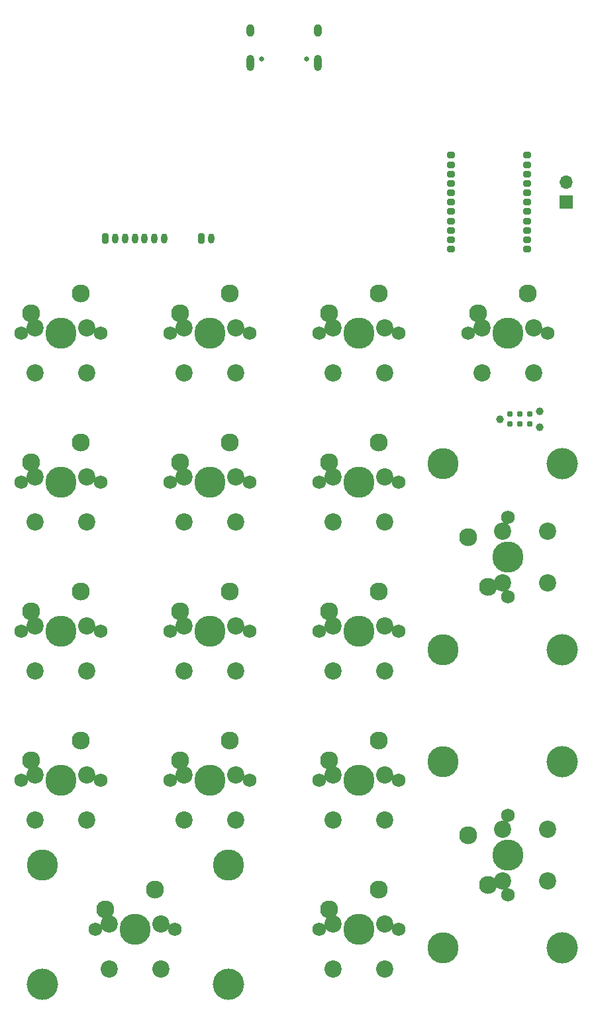
<source format=gbr>
%TF.GenerationSoftware,KiCad,Pcbnew,(6.0.5)*%
%TF.CreationDate,2022-06-15T23:23:07+02:00*%
%TF.ProjectId,whalepad,7768616c-6570-4616-942e-6b696361645f,rev?*%
%TF.SameCoordinates,Original*%
%TF.FileFunction,Soldermask,Bot*%
%TF.FilePolarity,Negative*%
%FSLAX46Y46*%
G04 Gerber Fmt 4.6, Leading zero omitted, Abs format (unit mm)*
G04 Created by KiCad (PCBNEW (6.0.5)) date 2022-06-15 23:23:07*
%MOMM*%
%LPD*%
G01*
G04 APERTURE LIST*
G04 Aperture macros list*
%AMRoundRect*
0 Rectangle with rounded corners*
0 $1 Rounding radius*
0 $2 $3 $4 $5 $6 $7 $8 $9 X,Y pos of 4 corners*
0 Add a 4 corners polygon primitive as box body*
4,1,4,$2,$3,$4,$5,$6,$7,$8,$9,$2,$3,0*
0 Add four circle primitives for the rounded corners*
1,1,$1+$1,$2,$3*
1,1,$1+$1,$4,$5*
1,1,$1+$1,$6,$7*
1,1,$1+$1,$8,$9*
0 Add four rect primitives between the rounded corners*
20,1,$1+$1,$2,$3,$4,$5,0*
20,1,$1+$1,$4,$5,$6,$7,0*
20,1,$1+$1,$6,$7,$8,$9,0*
20,1,$1+$1,$8,$9,$2,$3,0*%
G04 Aperture macros list end*
%ADD10C,3.987800*%
%ADD11C,1.750000*%
%ADD12C,2.200000*%
%ADD13C,2.300000*%
%ADD14C,4.000000*%
%ADD15C,0.650000*%
%ADD16O,1.000000X2.100000*%
%ADD17O,1.000000X1.600000*%
%ADD18RoundRect,0.200000X0.300000X0.200000X-0.300000X0.200000X-0.300000X-0.200000X0.300000X-0.200000X0*%
%ADD19C,0.990600*%
%ADD20C,0.787400*%
%ADD21R,1.700000X1.700000*%
%ADD22O,1.700000X1.700000*%
%ADD23RoundRect,0.200000X-0.200000X-0.450000X0.200000X-0.450000X0.200000X0.450000X-0.200000X0.450000X0*%
%ADD24O,0.800000X1.300000*%
G04 APERTURE END LIST*
D10*
%TO.C,SW1*%
X0Y0D03*
D11*
X-5080000Y0D03*
X5080000Y0D03*
D12*
X-3300000Y640000D03*
D13*
X-3810000Y2540000D03*
D12*
X-3300000Y-5080000D03*
X3300000Y640000D03*
X3300000Y-5080000D03*
D13*
X2540000Y5080000D03*
%TD*%
D11*
%TO.C,SW5*%
X5080000Y-19050000D03*
X-5080000Y-19050000D03*
D10*
X0Y-19050000D03*
D13*
X-3810000Y-16510000D03*
D12*
X-3300000Y-18410000D03*
X-3300000Y-24130000D03*
X3300000Y-24130000D03*
D13*
X2540000Y-13970000D03*
D12*
X3300000Y-18410000D03*
%TD*%
D10*
%TO.C,SW2*%
X19050000Y0D03*
D11*
X24130000Y0D03*
X13970000Y0D03*
D12*
X15750000Y640000D03*
D13*
X15240000Y2540000D03*
D12*
X15750000Y-5080000D03*
X22350000Y640000D03*
D13*
X21590000Y5080000D03*
D12*
X22350000Y-5080000D03*
%TD*%
D10*
%TO.C,SW7*%
X38100000Y-19050000D03*
D11*
X43180000Y-19050000D03*
X33020000Y-19050000D03*
D13*
X34290000Y-16510000D03*
D12*
X34800000Y-24130000D03*
X34800000Y-18410000D03*
X41400000Y-24130000D03*
X41400000Y-18410000D03*
D13*
X40640000Y-13970000D03*
%TD*%
D14*
%TO.C,S1*%
X64135000Y-16668750D03*
D10*
X48895000Y-16668750D03*
X48895000Y-40481250D03*
D14*
X64135000Y-40481250D03*
%TD*%
D11*
%TO.C,SW12*%
X5080000Y-57150000D03*
X-5080000Y-57150000D03*
D10*
X0Y-57150000D03*
D12*
X-3300000Y-56510000D03*
D13*
X-3810000Y-54610000D03*
D12*
X-3300000Y-62230000D03*
X3300000Y-62230000D03*
X3300000Y-56510000D03*
D13*
X2540000Y-52070000D03*
%TD*%
D11*
%TO.C,SW10*%
X13970000Y-38100000D03*
D10*
X19050000Y-38100000D03*
D11*
X24130000Y-38100000D03*
D13*
X15240000Y-35560000D03*
D12*
X15750000Y-37460000D03*
X15750000Y-43180000D03*
X22350000Y-43180000D03*
X22350000Y-37460000D03*
D13*
X21590000Y-33020000D03*
%TD*%
D10*
%TO.C,SW16*%
X9525000Y-76200000D03*
D11*
X14605000Y-76200000D03*
X4445000Y-76200000D03*
D13*
X5715000Y-73660000D03*
D12*
X6225000Y-75560000D03*
X6225000Y-81280000D03*
X12825000Y-81280000D03*
D13*
X12065000Y-71120000D03*
D12*
X12825000Y-75560000D03*
%TD*%
D15*
%TO.C,J1*%
X31465000Y35063000D03*
X25685000Y35063000D03*
D16*
X32895000Y34533000D03*
D17*
X32895000Y38713000D03*
D16*
X24255000Y34533000D03*
D17*
X24255000Y38713000D03*
%TD*%
D11*
%TO.C,SW9*%
X-5080000Y-38100000D03*
X5080000Y-38100000D03*
D10*
X0Y-38100000D03*
D13*
X-3810000Y-35560000D03*
D12*
X-3300000Y-43180000D03*
X-3300000Y-37460000D03*
X3300000Y-37460000D03*
X3300000Y-43180000D03*
D13*
X2540000Y-33020000D03*
%TD*%
D11*
%TO.C,SW3*%
X43180000Y0D03*
X33020000Y0D03*
D10*
X38100000Y0D03*
D12*
X34800000Y-5080000D03*
X34800000Y640000D03*
D13*
X34290000Y2540000D03*
D12*
X41400000Y640000D03*
D13*
X40640000Y5080000D03*
D12*
X41400000Y-5080000D03*
%TD*%
D10*
%TO.C,SW11*%
X38100000Y-38100000D03*
D11*
X33020000Y-38100000D03*
X43180000Y-38100000D03*
D12*
X34800000Y-37460000D03*
X34800000Y-43180000D03*
D13*
X34290000Y-35560000D03*
D12*
X41400000Y-43180000D03*
D13*
X40640000Y-33020000D03*
D12*
X41400000Y-37460000D03*
%TD*%
D10*
%TO.C,S2*%
X48895000Y-78581250D03*
D14*
X64135000Y-54768750D03*
X64135000Y-78581250D03*
D10*
X48895000Y-54768750D03*
%TD*%
D11*
%TO.C,SW15*%
X57150000Y-61595000D03*
X57150000Y-71755000D03*
D10*
X57150000Y-66675000D03*
D12*
X56510000Y-69975000D03*
D13*
X54610000Y-70485000D03*
D12*
X62230000Y-69975000D03*
X56510000Y-63375000D03*
D13*
X52070000Y-64135000D03*
D12*
X62230000Y-63375000D03*
%TD*%
D11*
%TO.C,SW13*%
X13970000Y-57150000D03*
X24130000Y-57150000D03*
D10*
X19050000Y-57150000D03*
D12*
X15750000Y-56510000D03*
D13*
X15240000Y-54610000D03*
D12*
X15750000Y-62230000D03*
D13*
X21590000Y-52070000D03*
D12*
X22350000Y-62230000D03*
X22350000Y-56510000D03*
%TD*%
D11*
%TO.C,SW4*%
X62230000Y0D03*
D10*
X57150000Y0D03*
D11*
X52070000Y0D03*
D12*
X53850000Y640000D03*
X53850000Y-5080000D03*
D13*
X53340000Y2540000D03*
X59690000Y5080000D03*
D12*
X60450000Y-5080000D03*
X60450000Y640000D03*
%TD*%
D11*
%TO.C,SW6*%
X24130000Y-19050000D03*
D10*
X19050000Y-19050000D03*
D11*
X13970000Y-19050000D03*
D13*
X15240000Y-16510000D03*
D12*
X15750000Y-18410000D03*
X15750000Y-24130000D03*
X22350000Y-18410000D03*
D13*
X21590000Y-13970000D03*
D12*
X22350000Y-24130000D03*
%TD*%
D18*
%TO.C,U4*%
X49875000Y22751000D03*
X49875000Y21551000D03*
X49875000Y20351000D03*
X49875000Y19151000D03*
X49875000Y17951000D03*
X49875000Y16751000D03*
X49875000Y15551000D03*
X49875000Y14351000D03*
X49875000Y13151000D03*
X49875000Y11951000D03*
X49875000Y10751000D03*
X59675000Y10751000D03*
X59675000Y11951000D03*
X59675000Y13151000D03*
X59675000Y14351000D03*
X59675000Y15551000D03*
X59675000Y16751000D03*
X59675000Y17951000D03*
X59675000Y19151000D03*
X59675000Y20351000D03*
X59675000Y21551000D03*
X59675000Y22751000D03*
%TD*%
D10*
%TO.C,SW14*%
X38100000Y-57150000D03*
D11*
X43180000Y-57150000D03*
X33020000Y-57150000D03*
D12*
X34800000Y-56510000D03*
X34800000Y-62230000D03*
D13*
X34290000Y-54610000D03*
D12*
X41400000Y-56510000D03*
X41400000Y-62230000D03*
D13*
X40640000Y-52070000D03*
%TD*%
D10*
%TO.C,SW17*%
X38100000Y-76200000D03*
D11*
X43180000Y-76200000D03*
X33020000Y-76200000D03*
D12*
X34800000Y-75560000D03*
X34800000Y-81280000D03*
D13*
X34290000Y-73660000D03*
D12*
X41400000Y-75560000D03*
D13*
X40640000Y-71120000D03*
D12*
X41400000Y-81280000D03*
%TD*%
D10*
%TO.C,SW8*%
X57150000Y-28575000D03*
D11*
X57150000Y-33655000D03*
X57150000Y-23495000D03*
D12*
X62230000Y-31875000D03*
X56510000Y-31875000D03*
D13*
X54610000Y-32385000D03*
X52070000Y-26035000D03*
D12*
X62230000Y-25275000D03*
X56510000Y-25275000D03*
%TD*%
D14*
%TO.C,S3*%
X21431250Y-83185000D03*
D10*
X21431250Y-67945000D03*
D14*
X-2381250Y-83185000D03*
D10*
X-2381250Y-67945000D03*
%TD*%
D19*
%TO.C,J4*%
X61227011Y-9984489D03*
X56147011Y-11000489D03*
X61227011Y-12016489D03*
D20*
X57417011Y-10365489D03*
X57417011Y-11635489D03*
X58687011Y-10365489D03*
X58687011Y-11635489D03*
X59957011Y-10365489D03*
X59957011Y-11635489D03*
%TD*%
D21*
%TO.C,J5*%
X64595000Y16768750D03*
D22*
X64595000Y19308750D03*
%TD*%
D23*
%TO.C,J3*%
X5725000Y12153000D03*
D24*
X6975000Y12153000D03*
X8225000Y12153000D03*
X9475000Y12153000D03*
X10725000Y12153000D03*
X11975000Y12153000D03*
X13225000Y12153000D03*
%TD*%
D23*
%TO.C,J2*%
X17975000Y12153000D03*
D24*
X19225000Y12153000D03*
%TD*%
M02*

</source>
